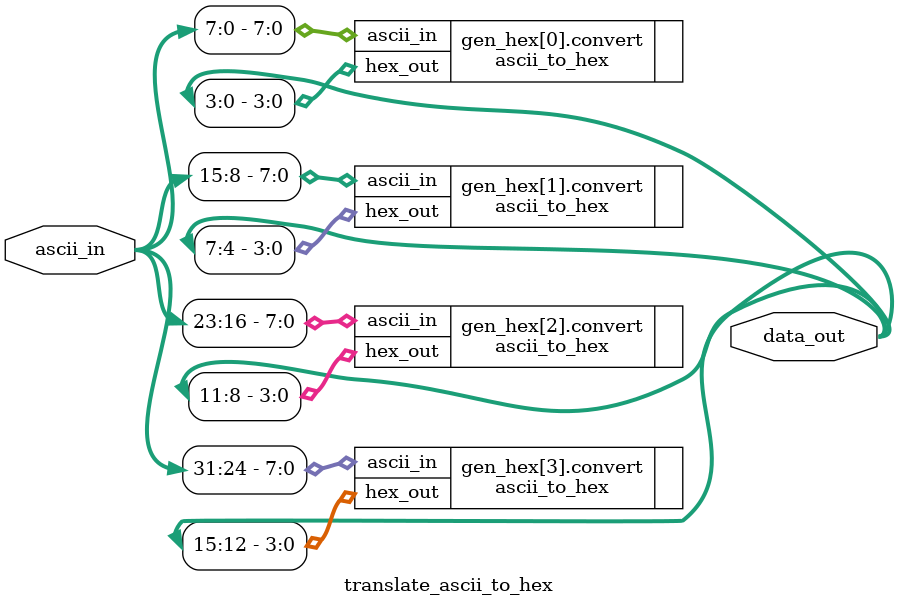
<source format=v>
module translate_ascii_to_hex #(
    parameter NUM_BYTES = 2 // Quantidade de bytes brutos (ex: 2 bytes = 16 bits)
)(
    input  wire [(NUM_BYTES*2)*8-1:0] ascii_in,
    output wire [(NUM_BYTES*8)-1:0] data_out // Cada byte bruto vira 2 caracteres (16 bits)
);

    genvar i;
    generate
        for (i = 0; i < NUM_BYTES*2; i = i + 1) begin : gen_hex
            // Extrai cada nibble (4 bits) e converte individualmente
            ascii_to_hex convert (
                .ascii_in(ascii_in[i*8 +: 8]),
                .hex_out(data_out[i*4 +: 4])
            );
        end
    endgenerate

endmodule
</source>
